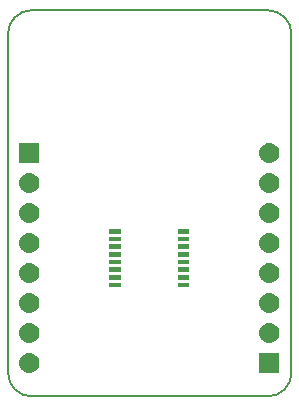
<source format=gbr>
G04 #@! TF.GenerationSoftware,KiCad,Pcbnew,5.1.4-e60b266~84~ubuntu19.04.1*
G04 #@! TF.CreationDate,2019-08-10T10:54:18+03:00*
G04 #@! TF.ProjectId,BRK-SSOP-16-4.4x5.2-P0.65,42524b2d-5353-44f5-902d-31362d342e34,v1.1*
G04 #@! TF.SameCoordinates,Original*
G04 #@! TF.FileFunction,Soldermask,Top*
G04 #@! TF.FilePolarity,Negative*
%FSLAX46Y46*%
G04 Gerber Fmt 4.6, Leading zero omitted, Abs format (unit mm)*
G04 Created by KiCad (PCBNEW 5.1.4-e60b266~84~ubuntu19.04.1) date 2019-08-10 10:54:18*
%MOMM*%
%LPD*%
G04 APERTURE LIST*
%ADD10C,0.150000*%
%ADD11C,0.100000*%
G04 APERTURE END LIST*
D10*
X53000000Y-80700000D02*
G75*
G02X51000000Y-78700000I0J2000000D01*
G01*
X75000000Y-78700000D02*
G75*
G02X73000000Y-80700000I-2000000J0D01*
G01*
X73000000Y-48000000D02*
G75*
G02X75000000Y-50000000I0J-2000000D01*
G01*
X51000000Y-50000000D02*
G75*
G02X53000000Y-48000000I2000000J0D01*
G01*
X73000000Y-80700000D02*
X53000000Y-80700000D01*
X75000000Y-50000000D02*
X75000000Y-78700000D01*
X53000000Y-48000000D02*
X73000000Y-48000000D01*
X51000000Y-78700000D02*
X51000000Y-50000000D01*
D11*
G36*
X73970000Y-78730000D02*
G01*
X72270000Y-78730000D01*
X72270000Y-77030000D01*
X73970000Y-77030000D01*
X73970000Y-78730000D01*
X73970000Y-78730000D01*
G37*
G36*
X52966627Y-77042299D02*
G01*
X53126856Y-77090903D01*
X53274519Y-77169830D01*
X53403949Y-77276051D01*
X53510170Y-77405481D01*
X53589097Y-77553144D01*
X53637702Y-77713373D01*
X53654113Y-77880000D01*
X53637702Y-78046627D01*
X53589097Y-78206856D01*
X53510170Y-78354519D01*
X53403949Y-78483949D01*
X53274519Y-78590170D01*
X53126856Y-78669097D01*
X52966627Y-78717701D01*
X52841757Y-78730000D01*
X52758243Y-78730000D01*
X52633373Y-78717701D01*
X52473144Y-78669097D01*
X52325481Y-78590170D01*
X52196051Y-78483949D01*
X52089830Y-78354519D01*
X52010903Y-78206856D01*
X51962298Y-78046627D01*
X51945887Y-77880000D01*
X51962298Y-77713373D01*
X52010903Y-77553144D01*
X52089830Y-77405481D01*
X52196051Y-77276051D01*
X52325481Y-77169830D01*
X52473144Y-77090903D01*
X52633373Y-77042299D01*
X52758243Y-77030000D01*
X52841757Y-77030000D01*
X52966627Y-77042299D01*
X52966627Y-77042299D01*
G37*
G36*
X52966627Y-74502299D02*
G01*
X53126856Y-74550903D01*
X53274519Y-74629830D01*
X53403949Y-74736051D01*
X53510170Y-74865481D01*
X53589097Y-75013144D01*
X53637702Y-75173373D01*
X53654113Y-75340000D01*
X53637702Y-75506627D01*
X53589097Y-75666856D01*
X53510170Y-75814519D01*
X53403949Y-75943949D01*
X53274519Y-76050170D01*
X53126856Y-76129097D01*
X52966627Y-76177701D01*
X52841757Y-76190000D01*
X52758243Y-76190000D01*
X52633373Y-76177701D01*
X52473144Y-76129097D01*
X52325481Y-76050170D01*
X52196051Y-75943949D01*
X52089830Y-75814519D01*
X52010903Y-75666856D01*
X51962298Y-75506627D01*
X51945887Y-75340000D01*
X51962298Y-75173373D01*
X52010903Y-75013144D01*
X52089830Y-74865481D01*
X52196051Y-74736051D01*
X52325481Y-74629830D01*
X52473144Y-74550903D01*
X52633373Y-74502299D01*
X52758243Y-74490000D01*
X52841757Y-74490000D01*
X52966627Y-74502299D01*
X52966627Y-74502299D01*
G37*
G36*
X73286627Y-74502299D02*
G01*
X73446856Y-74550903D01*
X73594519Y-74629830D01*
X73723949Y-74736051D01*
X73830170Y-74865481D01*
X73909097Y-75013144D01*
X73957702Y-75173373D01*
X73974113Y-75340000D01*
X73957702Y-75506627D01*
X73909097Y-75666856D01*
X73830170Y-75814519D01*
X73723949Y-75943949D01*
X73594519Y-76050170D01*
X73446856Y-76129097D01*
X73286627Y-76177701D01*
X73161757Y-76190000D01*
X73078243Y-76190000D01*
X72953373Y-76177701D01*
X72793144Y-76129097D01*
X72645481Y-76050170D01*
X72516051Y-75943949D01*
X72409830Y-75814519D01*
X72330903Y-75666856D01*
X72282298Y-75506627D01*
X72265887Y-75340000D01*
X72282298Y-75173373D01*
X72330903Y-75013144D01*
X72409830Y-74865481D01*
X72516051Y-74736051D01*
X72645481Y-74629830D01*
X72793144Y-74550903D01*
X72953373Y-74502299D01*
X73078243Y-74490000D01*
X73161757Y-74490000D01*
X73286627Y-74502299D01*
X73286627Y-74502299D01*
G37*
G36*
X52966627Y-71962299D02*
G01*
X53126856Y-72010903D01*
X53274519Y-72089830D01*
X53403949Y-72196051D01*
X53510170Y-72325481D01*
X53589097Y-72473144D01*
X53637702Y-72633373D01*
X53654113Y-72800000D01*
X53637702Y-72966627D01*
X53589097Y-73126856D01*
X53510170Y-73274519D01*
X53403949Y-73403949D01*
X53274519Y-73510170D01*
X53126856Y-73589097D01*
X52966627Y-73637701D01*
X52841757Y-73650000D01*
X52758243Y-73650000D01*
X52633373Y-73637701D01*
X52473144Y-73589097D01*
X52325481Y-73510170D01*
X52196051Y-73403949D01*
X52089830Y-73274519D01*
X52010903Y-73126856D01*
X51962298Y-72966627D01*
X51945887Y-72800000D01*
X51962298Y-72633373D01*
X52010903Y-72473144D01*
X52089830Y-72325481D01*
X52196051Y-72196051D01*
X52325481Y-72089830D01*
X52473144Y-72010903D01*
X52633373Y-71962299D01*
X52758243Y-71950000D01*
X52841757Y-71950000D01*
X52966627Y-71962299D01*
X52966627Y-71962299D01*
G37*
G36*
X73286627Y-71962299D02*
G01*
X73446856Y-72010903D01*
X73594519Y-72089830D01*
X73723949Y-72196051D01*
X73830170Y-72325481D01*
X73909097Y-72473144D01*
X73957702Y-72633373D01*
X73974113Y-72800000D01*
X73957702Y-72966627D01*
X73909097Y-73126856D01*
X73830170Y-73274519D01*
X73723949Y-73403949D01*
X73594519Y-73510170D01*
X73446856Y-73589097D01*
X73286627Y-73637701D01*
X73161757Y-73650000D01*
X73078243Y-73650000D01*
X72953373Y-73637701D01*
X72793144Y-73589097D01*
X72645481Y-73510170D01*
X72516051Y-73403949D01*
X72409830Y-73274519D01*
X72330903Y-73126856D01*
X72282298Y-72966627D01*
X72265887Y-72800000D01*
X72282298Y-72633373D01*
X72330903Y-72473144D01*
X72409830Y-72325481D01*
X72516051Y-72196051D01*
X72645481Y-72089830D01*
X72793144Y-72010903D01*
X72953373Y-71962299D01*
X73078243Y-71950000D01*
X73161757Y-71950000D01*
X73286627Y-71962299D01*
X73286627Y-71962299D01*
G37*
G36*
X66360000Y-71465000D02*
G01*
X65360000Y-71465000D01*
X65360000Y-71065000D01*
X66360000Y-71065000D01*
X66360000Y-71465000D01*
X66360000Y-71465000D01*
G37*
G36*
X60560000Y-71465000D02*
G01*
X59560000Y-71465000D01*
X59560000Y-71065000D01*
X60560000Y-71065000D01*
X60560000Y-71465000D01*
X60560000Y-71465000D01*
G37*
G36*
X73286627Y-69422299D02*
G01*
X73446856Y-69470903D01*
X73594519Y-69549830D01*
X73723949Y-69656051D01*
X73830170Y-69785481D01*
X73909097Y-69933144D01*
X73957702Y-70093373D01*
X73974113Y-70260000D01*
X73957702Y-70426627D01*
X73909097Y-70586856D01*
X73830170Y-70734519D01*
X73723949Y-70863949D01*
X73594519Y-70970170D01*
X73446856Y-71049097D01*
X73286627Y-71097701D01*
X73161757Y-71110000D01*
X73078243Y-71110000D01*
X72953373Y-71097701D01*
X72793144Y-71049097D01*
X72645481Y-70970170D01*
X72516051Y-70863949D01*
X72409830Y-70734519D01*
X72330903Y-70586856D01*
X72282298Y-70426627D01*
X72265887Y-70260000D01*
X72282298Y-70093373D01*
X72330903Y-69933144D01*
X72409830Y-69785481D01*
X72516051Y-69656051D01*
X72645481Y-69549830D01*
X72793144Y-69470903D01*
X72953373Y-69422299D01*
X73078243Y-69410000D01*
X73161757Y-69410000D01*
X73286627Y-69422299D01*
X73286627Y-69422299D01*
G37*
G36*
X52966627Y-69422299D02*
G01*
X53126856Y-69470903D01*
X53274519Y-69549830D01*
X53403949Y-69656051D01*
X53510170Y-69785481D01*
X53589097Y-69933144D01*
X53637702Y-70093373D01*
X53654113Y-70260000D01*
X53637702Y-70426627D01*
X53589097Y-70586856D01*
X53510170Y-70734519D01*
X53403949Y-70863949D01*
X53274519Y-70970170D01*
X53126856Y-71049097D01*
X52966627Y-71097701D01*
X52841757Y-71110000D01*
X52758243Y-71110000D01*
X52633373Y-71097701D01*
X52473144Y-71049097D01*
X52325481Y-70970170D01*
X52196051Y-70863949D01*
X52089830Y-70734519D01*
X52010903Y-70586856D01*
X51962298Y-70426627D01*
X51945887Y-70260000D01*
X51962298Y-70093373D01*
X52010903Y-69933144D01*
X52089830Y-69785481D01*
X52196051Y-69656051D01*
X52325481Y-69549830D01*
X52473144Y-69470903D01*
X52633373Y-69422299D01*
X52758243Y-69410000D01*
X52841757Y-69410000D01*
X52966627Y-69422299D01*
X52966627Y-69422299D01*
G37*
G36*
X60560000Y-70815000D02*
G01*
X59560000Y-70815000D01*
X59560000Y-70415000D01*
X60560000Y-70415000D01*
X60560000Y-70815000D01*
X60560000Y-70815000D01*
G37*
G36*
X66360000Y-70815000D02*
G01*
X65360000Y-70815000D01*
X65360000Y-70415000D01*
X66360000Y-70415000D01*
X66360000Y-70815000D01*
X66360000Y-70815000D01*
G37*
G36*
X60560000Y-70165000D02*
G01*
X59560000Y-70165000D01*
X59560000Y-69765000D01*
X60560000Y-69765000D01*
X60560000Y-70165000D01*
X60560000Y-70165000D01*
G37*
G36*
X66360000Y-70165000D02*
G01*
X65360000Y-70165000D01*
X65360000Y-69765000D01*
X66360000Y-69765000D01*
X66360000Y-70165000D01*
X66360000Y-70165000D01*
G37*
G36*
X66360000Y-69515000D02*
G01*
X65360000Y-69515000D01*
X65360000Y-69115000D01*
X66360000Y-69115000D01*
X66360000Y-69515000D01*
X66360000Y-69515000D01*
G37*
G36*
X60560000Y-69515000D02*
G01*
X59560000Y-69515000D01*
X59560000Y-69115000D01*
X60560000Y-69115000D01*
X60560000Y-69515000D01*
X60560000Y-69515000D01*
G37*
G36*
X60560000Y-68865000D02*
G01*
X59560000Y-68865000D01*
X59560000Y-68465000D01*
X60560000Y-68465000D01*
X60560000Y-68865000D01*
X60560000Y-68865000D01*
G37*
G36*
X66360000Y-68865000D02*
G01*
X65360000Y-68865000D01*
X65360000Y-68465000D01*
X66360000Y-68465000D01*
X66360000Y-68865000D01*
X66360000Y-68865000D01*
G37*
G36*
X52966627Y-66882299D02*
G01*
X53126856Y-66930903D01*
X53274519Y-67009830D01*
X53403949Y-67116051D01*
X53510170Y-67245481D01*
X53589097Y-67393144D01*
X53637702Y-67553373D01*
X53654113Y-67720000D01*
X53637702Y-67886627D01*
X53589097Y-68046856D01*
X53510170Y-68194519D01*
X53403949Y-68323949D01*
X53274519Y-68430170D01*
X53126856Y-68509097D01*
X52966627Y-68557701D01*
X52841757Y-68570000D01*
X52758243Y-68570000D01*
X52633373Y-68557701D01*
X52473144Y-68509097D01*
X52325481Y-68430170D01*
X52196051Y-68323949D01*
X52089830Y-68194519D01*
X52010903Y-68046856D01*
X51962298Y-67886627D01*
X51945887Y-67720000D01*
X51962298Y-67553373D01*
X52010903Y-67393144D01*
X52089830Y-67245481D01*
X52196051Y-67116051D01*
X52325481Y-67009830D01*
X52473144Y-66930903D01*
X52633373Y-66882299D01*
X52758243Y-66870000D01*
X52841757Y-66870000D01*
X52966627Y-66882299D01*
X52966627Y-66882299D01*
G37*
G36*
X73286627Y-66882299D02*
G01*
X73446856Y-66930903D01*
X73594519Y-67009830D01*
X73723949Y-67116051D01*
X73830170Y-67245481D01*
X73909097Y-67393144D01*
X73957702Y-67553373D01*
X73974113Y-67720000D01*
X73957702Y-67886627D01*
X73909097Y-68046856D01*
X73830170Y-68194519D01*
X73723949Y-68323949D01*
X73594519Y-68430170D01*
X73446856Y-68509097D01*
X73286627Y-68557701D01*
X73161757Y-68570000D01*
X73078243Y-68570000D01*
X72953373Y-68557701D01*
X72793144Y-68509097D01*
X72645481Y-68430170D01*
X72516051Y-68323949D01*
X72409830Y-68194519D01*
X72330903Y-68046856D01*
X72282298Y-67886627D01*
X72265887Y-67720000D01*
X72282298Y-67553373D01*
X72330903Y-67393144D01*
X72409830Y-67245481D01*
X72516051Y-67116051D01*
X72645481Y-67009830D01*
X72793144Y-66930903D01*
X72953373Y-66882299D01*
X73078243Y-66870000D01*
X73161757Y-66870000D01*
X73286627Y-66882299D01*
X73286627Y-66882299D01*
G37*
G36*
X66360000Y-68215000D02*
G01*
X65360000Y-68215000D01*
X65360000Y-67815000D01*
X66360000Y-67815000D01*
X66360000Y-68215000D01*
X66360000Y-68215000D01*
G37*
G36*
X60560000Y-68215000D02*
G01*
X59560000Y-68215000D01*
X59560000Y-67815000D01*
X60560000Y-67815000D01*
X60560000Y-68215000D01*
X60560000Y-68215000D01*
G37*
G36*
X60560000Y-67565000D02*
G01*
X59560000Y-67565000D01*
X59560000Y-67165000D01*
X60560000Y-67165000D01*
X60560000Y-67565000D01*
X60560000Y-67565000D01*
G37*
G36*
X66360000Y-67565000D02*
G01*
X65360000Y-67565000D01*
X65360000Y-67165000D01*
X66360000Y-67165000D01*
X66360000Y-67565000D01*
X66360000Y-67565000D01*
G37*
G36*
X60560000Y-66915000D02*
G01*
X59560000Y-66915000D01*
X59560000Y-66515000D01*
X60560000Y-66515000D01*
X60560000Y-66915000D01*
X60560000Y-66915000D01*
G37*
G36*
X66360000Y-66915000D02*
G01*
X65360000Y-66915000D01*
X65360000Y-66515000D01*
X66360000Y-66515000D01*
X66360000Y-66915000D01*
X66360000Y-66915000D01*
G37*
G36*
X52966627Y-64342299D02*
G01*
X53126856Y-64390903D01*
X53274519Y-64469830D01*
X53403949Y-64576051D01*
X53510170Y-64705481D01*
X53589097Y-64853144D01*
X53637702Y-65013373D01*
X53654113Y-65180000D01*
X53637702Y-65346627D01*
X53589097Y-65506856D01*
X53510170Y-65654519D01*
X53403949Y-65783949D01*
X53274519Y-65890170D01*
X53126856Y-65969097D01*
X52966627Y-66017701D01*
X52841757Y-66030000D01*
X52758243Y-66030000D01*
X52633373Y-66017701D01*
X52473144Y-65969097D01*
X52325481Y-65890170D01*
X52196051Y-65783949D01*
X52089830Y-65654519D01*
X52010903Y-65506856D01*
X51962298Y-65346627D01*
X51945887Y-65180000D01*
X51962298Y-65013373D01*
X52010903Y-64853144D01*
X52089830Y-64705481D01*
X52196051Y-64576051D01*
X52325481Y-64469830D01*
X52473144Y-64390903D01*
X52633373Y-64342299D01*
X52758243Y-64330000D01*
X52841757Y-64330000D01*
X52966627Y-64342299D01*
X52966627Y-64342299D01*
G37*
G36*
X73286627Y-64342299D02*
G01*
X73446856Y-64390903D01*
X73594519Y-64469830D01*
X73723949Y-64576051D01*
X73830170Y-64705481D01*
X73909097Y-64853144D01*
X73957702Y-65013373D01*
X73974113Y-65180000D01*
X73957702Y-65346627D01*
X73909097Y-65506856D01*
X73830170Y-65654519D01*
X73723949Y-65783949D01*
X73594519Y-65890170D01*
X73446856Y-65969097D01*
X73286627Y-66017701D01*
X73161757Y-66030000D01*
X73078243Y-66030000D01*
X72953373Y-66017701D01*
X72793144Y-65969097D01*
X72645481Y-65890170D01*
X72516051Y-65783949D01*
X72409830Y-65654519D01*
X72330903Y-65506856D01*
X72282298Y-65346627D01*
X72265887Y-65180000D01*
X72282298Y-65013373D01*
X72330903Y-64853144D01*
X72409830Y-64705481D01*
X72516051Y-64576051D01*
X72645481Y-64469830D01*
X72793144Y-64390903D01*
X72953373Y-64342299D01*
X73078243Y-64330000D01*
X73161757Y-64330000D01*
X73286627Y-64342299D01*
X73286627Y-64342299D01*
G37*
G36*
X52966627Y-61802299D02*
G01*
X53126856Y-61850903D01*
X53274519Y-61929830D01*
X53403949Y-62036051D01*
X53510170Y-62165481D01*
X53589097Y-62313144D01*
X53637702Y-62473373D01*
X53654113Y-62640000D01*
X53637702Y-62806627D01*
X53589097Y-62966856D01*
X53510170Y-63114519D01*
X53403949Y-63243949D01*
X53274519Y-63350170D01*
X53126856Y-63429097D01*
X52966627Y-63477701D01*
X52841757Y-63490000D01*
X52758243Y-63490000D01*
X52633373Y-63477701D01*
X52473144Y-63429097D01*
X52325481Y-63350170D01*
X52196051Y-63243949D01*
X52089830Y-63114519D01*
X52010903Y-62966856D01*
X51962298Y-62806627D01*
X51945887Y-62640000D01*
X51962298Y-62473373D01*
X52010903Y-62313144D01*
X52089830Y-62165481D01*
X52196051Y-62036051D01*
X52325481Y-61929830D01*
X52473144Y-61850903D01*
X52633373Y-61802299D01*
X52758243Y-61790000D01*
X52841757Y-61790000D01*
X52966627Y-61802299D01*
X52966627Y-61802299D01*
G37*
G36*
X73286627Y-61802299D02*
G01*
X73446856Y-61850903D01*
X73594519Y-61929830D01*
X73723949Y-62036051D01*
X73830170Y-62165481D01*
X73909097Y-62313144D01*
X73957702Y-62473373D01*
X73974113Y-62640000D01*
X73957702Y-62806627D01*
X73909097Y-62966856D01*
X73830170Y-63114519D01*
X73723949Y-63243949D01*
X73594519Y-63350170D01*
X73446856Y-63429097D01*
X73286627Y-63477701D01*
X73161757Y-63490000D01*
X73078243Y-63490000D01*
X72953373Y-63477701D01*
X72793144Y-63429097D01*
X72645481Y-63350170D01*
X72516051Y-63243949D01*
X72409830Y-63114519D01*
X72330903Y-62966856D01*
X72282298Y-62806627D01*
X72265887Y-62640000D01*
X72282298Y-62473373D01*
X72330903Y-62313144D01*
X72409830Y-62165481D01*
X72516051Y-62036051D01*
X72645481Y-61929830D01*
X72793144Y-61850903D01*
X72953373Y-61802299D01*
X73078243Y-61790000D01*
X73161757Y-61790000D01*
X73286627Y-61802299D01*
X73286627Y-61802299D01*
G37*
G36*
X53650000Y-60950000D02*
G01*
X51950000Y-60950000D01*
X51950000Y-59250000D01*
X53650000Y-59250000D01*
X53650000Y-60950000D01*
X53650000Y-60950000D01*
G37*
G36*
X73286627Y-59262299D02*
G01*
X73446856Y-59310903D01*
X73594519Y-59389830D01*
X73723949Y-59496051D01*
X73830170Y-59625481D01*
X73909097Y-59773144D01*
X73957702Y-59933373D01*
X73974113Y-60100000D01*
X73957702Y-60266627D01*
X73909097Y-60426856D01*
X73830170Y-60574519D01*
X73723949Y-60703949D01*
X73594519Y-60810170D01*
X73446856Y-60889097D01*
X73286627Y-60937701D01*
X73161757Y-60950000D01*
X73078243Y-60950000D01*
X72953373Y-60937701D01*
X72793144Y-60889097D01*
X72645481Y-60810170D01*
X72516051Y-60703949D01*
X72409830Y-60574519D01*
X72330903Y-60426856D01*
X72282298Y-60266627D01*
X72265887Y-60100000D01*
X72282298Y-59933373D01*
X72330903Y-59773144D01*
X72409830Y-59625481D01*
X72516051Y-59496051D01*
X72645481Y-59389830D01*
X72793144Y-59310903D01*
X72953373Y-59262299D01*
X73078243Y-59250000D01*
X73161757Y-59250000D01*
X73286627Y-59262299D01*
X73286627Y-59262299D01*
G37*
M02*

</source>
